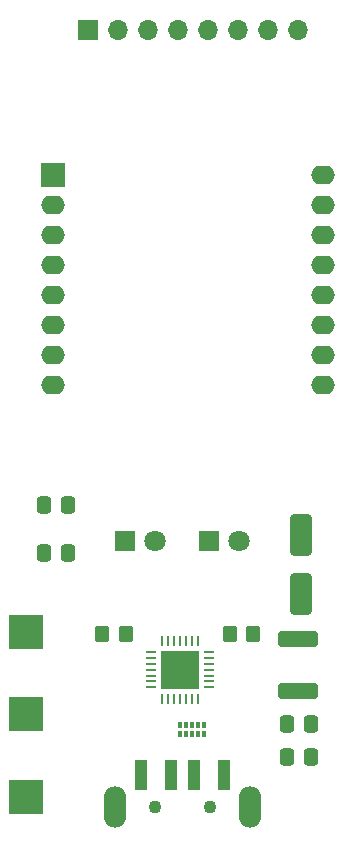
<source format=gts>
%TF.GenerationSoftware,KiCad,Pcbnew,9.0.0*%
%TF.CreationDate,2025-12-11T11:24:11+01:00*%
%TF.ProjectId,rfidReader,72666964-5265-4616-9465-722e6b696361,rev?*%
%TF.SameCoordinates,Original*%
%TF.FileFunction,Soldermask,Top*%
%TF.FilePolarity,Negative*%
%FSLAX46Y46*%
G04 Gerber Fmt 4.6, Leading zero omitted, Abs format (unit mm)*
G04 Created by KiCad (PCBNEW 9.0.0) date 2025-12-11 11:24:11*
%MOMM*%
%LPD*%
G01*
G04 APERTURE LIST*
G04 Aperture macros list*
%AMRoundRect*
0 Rectangle with rounded corners*
0 $1 Rounding radius*
0 $2 $3 $4 $5 $6 $7 $8 $9 X,Y pos of 4 corners*
0 Add a 4 corners polygon primitive as box body*
4,1,4,$2,$3,$4,$5,$6,$7,$8,$9,$2,$3,0*
0 Add four circle primitives for the rounded corners*
1,1,$1+$1,$2,$3*
1,1,$1+$1,$4,$5*
1,1,$1+$1,$6,$7*
1,1,$1+$1,$8,$9*
0 Add four rect primitives between the rounded corners*
20,1,$1+$1,$2,$3,$4,$5,0*
20,1,$1+$1,$4,$5,$6,$7,0*
20,1,$1+$1,$6,$7,$8,$9,0*
20,1,$1+$1,$8,$9,$2,$3,0*%
G04 Aperture macros list end*
%ADD10RoundRect,0.250000X-1.450000X0.400000X-1.450000X-0.400000X1.450000X-0.400000X1.450000X0.400000X0*%
%ADD11C,1.100000*%
%ADD12R,1.100000X2.500000*%
%ADD13O,1.900000X3.500000*%
%ADD14RoundRect,0.075000X-0.075000X-0.200000X0.075000X-0.200000X0.075000X0.200000X-0.075000X0.200000X0*%
%ADD15RoundRect,0.250000X-0.337500X-0.475000X0.337500X-0.475000X0.337500X0.475000X-0.337500X0.475000X0*%
%ADD16RoundRect,0.062500X0.062500X-0.337500X0.062500X0.337500X-0.062500X0.337500X-0.062500X-0.337500X0*%
%ADD17RoundRect,0.062500X0.337500X-0.062500X0.337500X0.062500X-0.337500X0.062500X-0.337500X-0.062500X0*%
%ADD18R,3.250000X3.250000*%
%ADD19RoundRect,0.250000X0.350000X0.450000X-0.350000X0.450000X-0.350000X-0.450000X0.350000X-0.450000X0*%
%ADD20R,1.700000X1.700000*%
%ADD21O,1.700000X1.700000*%
%ADD22R,1.800000X1.800000*%
%ADD23C,1.800000*%
%ADD24R,3.000000X3.000000*%
%ADD25R,2.000000X2.000000*%
%ADD26O,2.000000X1.600000*%
%ADD27RoundRect,0.250000X0.650000X-1.500000X0.650000X1.500000X-0.650000X1.500000X-0.650000X-1.500000X0*%
G04 APERTURE END LIST*
D10*
%TO.C,F2*%
X225200000Y-143951667D03*
X225200000Y-148401667D03*
%TD*%
D11*
%TO.C,J1*%
X217715000Y-158200000D03*
X213115000Y-158200000D03*
D12*
X218915000Y-155450000D03*
X216415000Y-155450000D03*
X214415000Y-155450000D03*
X211915000Y-155450000D03*
D13*
X221115000Y-158200000D03*
X209715000Y-158200000D03*
%TD*%
D14*
%TO.C,U3*%
X215200000Y-152039000D03*
X215700000Y-152039000D03*
X216200000Y-152039000D03*
X216700000Y-152039000D03*
X217200000Y-152039000D03*
X217200000Y-151269000D03*
X216700000Y-151269000D03*
X216200000Y-151269000D03*
X215700000Y-151269000D03*
X215200000Y-151269000D03*
%TD*%
D15*
%TO.C,C2*%
X203642500Y-136706000D03*
X205717500Y-136706000D03*
%TD*%
D16*
%TO.C,U1A1*%
X213700000Y-149008000D03*
X214200000Y-149008000D03*
X214700000Y-149008000D03*
X215200000Y-149008000D03*
X215700000Y-149008000D03*
X216200000Y-149008000D03*
X216700000Y-149008000D03*
D17*
X217650000Y-148058000D03*
X217650000Y-147558000D03*
X217650000Y-147058000D03*
X217650000Y-146558000D03*
X217650000Y-146058000D03*
X217650000Y-145558000D03*
X217650000Y-145058000D03*
D16*
X216700000Y-144108000D03*
X216200000Y-144108000D03*
X215700000Y-144108000D03*
X215200000Y-144108000D03*
X214700000Y-144108000D03*
X214200000Y-144108000D03*
X213700000Y-144108000D03*
D17*
X212750000Y-145058000D03*
X212750000Y-145558000D03*
X212750000Y-146058000D03*
X212750000Y-146558000D03*
X212750000Y-147058000D03*
X212750000Y-147558000D03*
X212750000Y-148058000D03*
D18*
X215200000Y-146558000D03*
%TD*%
D15*
%TO.C,C4*%
X224232500Y-153924000D03*
X226307500Y-153924000D03*
%TD*%
%TO.C,C3*%
X224232500Y-151120333D03*
X226307500Y-151120333D03*
%TD*%
%TO.C,C1*%
X203642500Y-132642000D03*
X205717500Y-132642000D03*
%TD*%
D19*
%TO.C,R8*%
X221400000Y-143500000D03*
X219400000Y-143500000D03*
%TD*%
D20*
%TO.C,U2*%
X207400000Y-92400000D03*
D21*
X209940000Y-92400000D03*
X212480000Y-92400000D03*
X215020000Y-92400000D03*
X217560000Y-92400000D03*
X220100000Y-92400000D03*
X222640000Y-92400000D03*
X225180000Y-92400000D03*
%TD*%
D22*
%TO.C,Validation1*%
X217625000Y-135700000D03*
D23*
X220165000Y-135700000D03*
%TD*%
D24*
%TO.C,TP4*%
X202150000Y-157350000D03*
%TD*%
%TO.C,TP2*%
X202150000Y-143350000D03*
%TD*%
D22*
%TO.C,Marche2*%
X210525000Y-135700000D03*
D23*
X213065000Y-135700000D03*
%TD*%
D19*
%TO.C,R9*%
X210600000Y-143500000D03*
X208600000Y-143500000D03*
%TD*%
D25*
%TO.C,U1*%
X204470000Y-104648000D03*
D26*
X204470000Y-107188000D03*
X204470000Y-109728000D03*
X204470000Y-112268000D03*
X204470000Y-114808000D03*
X204470000Y-117348000D03*
X204470000Y-119888000D03*
X204470000Y-122428000D03*
X227330000Y-122428000D03*
X227330000Y-119888000D03*
X227330000Y-117348000D03*
X227330000Y-114808000D03*
X227330000Y-112268000D03*
X227330000Y-109728000D03*
X227330000Y-107188000D03*
X227330000Y-104648000D03*
%TD*%
D24*
%TO.C,TP1*%
X202150000Y-150350000D03*
%TD*%
D27*
%TO.C,D1*%
X225400000Y-140168000D03*
X225400000Y-135168000D03*
%TD*%
M02*

</source>
